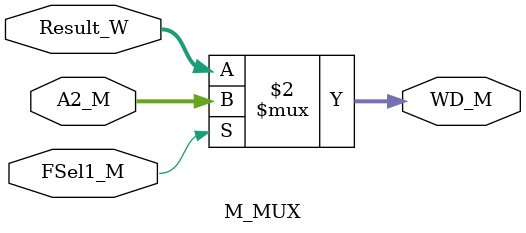
<source format=v>
`timescale 1ns / 1ps
module M_MUX(
    input [31:0] A2_M,
    input [31:0] Result_W,
    input FSel1_M,
    output [31:0] WD_M
	 //output [31:0] m_data_wdata
    );

assign WD_M = (FSel1_M == 0) ? Result_W : A2_M;

//assign m_data_wdata = WD_M;

endmodule

</source>
